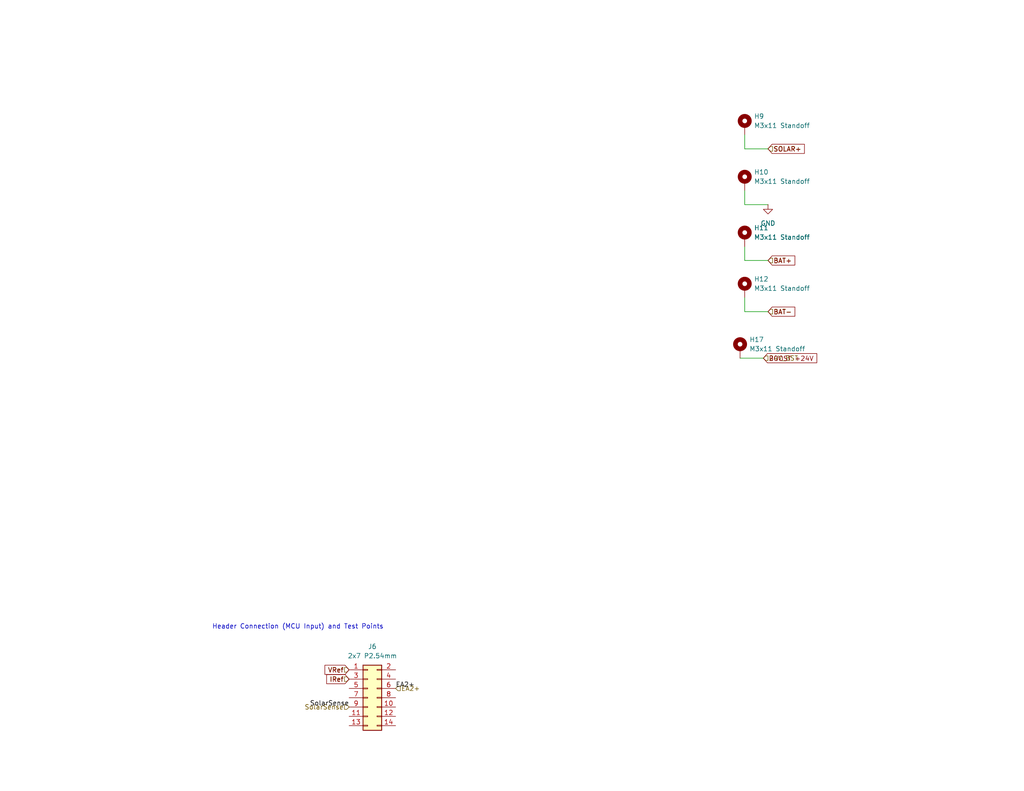
<source format=kicad_sch>
(kicad_sch (version 20231120) (generator "eeschema") (generator_version "8.0")
  (paper "USLetter")
  (title_block (date "2024-03-02") (rev "A01"))
  (lib_symbols
    (symbol "Connector_Generic:Conn_02x07_Odd_Even" (pin_names (offset 1.016) hide)
      (property "Reference" "J" (at 1.27 10.16 0))
      (property "Value" "Conn_02x07_Odd_Even" (at 1.27 -10.16 0))
      (symbol "Conn_02x07_Odd_Even_1_1"
        (rectangle (start -1.27 -7.493) (end 0 -7.747) (stroke (width 0.1524)))
        (rectangle (start -1.27 -4.953) (end 0 -5.207) (stroke (width 0.1524)))
        (rectangle (start -1.27 -2.413) (end 0 -2.667) (stroke (width 0.1524)))
        (rectangle (start -1.27 0.127) (end 0 -0.127) (stroke (width 0.1524)))
        (rectangle (start -1.27 2.667) (end 0 2.413) (stroke (width 0.1524)))
        (rectangle (start -1.27 5.207) (end 0 4.953) (stroke (width 0.1524)))
        (rectangle (start -1.27 7.747) (end 0 7.493) (stroke (width 0.1524)))
        (rectangle (start -1.27 8.89) (end 3.81 -8.89) (stroke (width 0.254)) (fill (type background)))
        (rectangle (start 3.81 -7.493) (end 2.54 -7.747) (stroke (width 0.1524)))
        (rectangle (start 3.81 -4.953) (end 2.54 -5.207) (stroke (width 0.1524)))
        (rectangle (start 3.81 -2.413) (end 2.54 -2.667) (stroke (width 0.1524)))
        (rectangle (start 3.81 0.127) (end 2.54 -0.127) (stroke (width 0.1524)))
        (rectangle (start 3.81 2.667) (end 2.54 2.413) (stroke (width 0.1524)))
        (rectangle (start 3.81 5.207) (end 2.54 4.953) (stroke (width 0.1524)))
        (rectangle (start 3.81 7.747) (end 2.54 7.493) (stroke (width 0.1524)))
        (pin passive line (at -5.08 7.62 0) (length 3.81) (name "Pin_1") (number "1"))
        (pin passive line (at 7.62 -2.54 180) (length 3.81) (name "Pin_10") (number "10"))
        (pin passive line (at -5.08 -5.08 0) (length 3.81) (name "Pin_11") (number "11"))
        (pin passive line (at 7.62 -5.08 180) (length 3.81) (name "Pin_12") (number "12"))
        (pin passive line (at -5.08 -7.62 0) (length 3.81) (name "Pin_13") (number "13"))
        (pin passive line (at 7.62 -7.62 180) (length 3.81) (name "Pin_14") (number "14"))
        (pin passive line (at 7.62 7.62 180) (length 3.81) (name "Pin_2") (number "2"))
        (pin passive line (at -5.08 5.08 0) (length 3.81) (name "Pin_3") (number "3"))
        (pin passive line (at 7.62 5.08 180) (length 3.81) (name "Pin_4") (number "4"))
        (pin passive line (at -5.08 2.54 0) (length 3.81) (name "Pin_5") (number "5"))
        (pin passive line (at 7.62 2.54 180) (length 3.81) (name "Pin_6") (number "6"))
        (pin passive line (at -5.08 0 0) (length 3.81) (name "Pin_7") (number "7"))
        (pin passive line (at 7.62 0 180) (length 3.81) (name "Pin_8") (number "8"))
        (pin passive line (at -5.08 -2.54 0) (length 3.81) (name "Pin_9") (number "9"))
      )
    )
    (symbol "Mechanical:MountingHole_Pad" (pin_numbers hide) (pin_names (offset 1.016) hide) (exclude_from_sim yes) (in_bom no)
      (property "Reference" "H" (at 0 6.35 0))
      (property "Value" "MountingHole_Pad" (at 0 4.445 0))
      (symbol "MountingHole_Pad_0_1"
        (circle (center 0 1.27) (radius 1.27) (stroke (width 1.27)))
      )
      (symbol "MountingHole_Pad_1_1"
        (pin input line (at 0 -2.54 90) (length 2.54) (name "1") (number "1"))
      )
    )
    (symbol "power:GND" (power) (pin_numbers hide) (pin_names (offset 0) hide)
      (property "Value" "GND" (at 0 -3.81 0))
      (symbol "GND_0_1"
        (polyline (pts (xy 0 0) (xy 0 -1.27) (xy 1.27 -1.27) (xy 0 -2.54) (xy -1.27 -1.27) (xy 0 -1.27)))
      )
      (symbol "GND_1_1"
        (pin power_in line (at 0 0 270) (length 0) (name "~") (number "1"))
      )
    )
  )
  (wire (pts (xy 203.2 55.88) (xy 209.55 55.88)))
  (wire (pts (xy 201.93 97.79) (xy 208.28 97.79)))
  (wire (pts (xy 203.2 85.09) (xy 209.55 85.09)))
  (wire (pts (xy 203.2 71.12) (xy 209.55 71.12)))
  (wire (pts (xy 203.2 81.28) (xy 203.2 85.09)))
  (wire (pts (xy 203.2 67.31) (xy 203.2 71.12)))
  (wire (pts (xy 203.2 52.07) (xy 203.2 55.88)))
  (wire (pts (xy 203.2 36.83) (xy 203.2 40.64)))
  (wire (pts (xy 203.2 40.64) (xy 209.55 40.64)))
  (text "Header Connection (MCU Input) and Test Points\n\n" (at 81.28 172.212 0) (effects (font (size 1.27 1.27))))
  (label "EA2+" (at 107.95 187.96 0))
  (label "SolarSense" (at 95.25 193.04 180))
  (global_label "BAT+" (shape input) (at 209.55 71.12 0) (property "Intersheetrefs" "${INTERSHEET_REFS}" (effects (hide yes))))
  (global_label "SOLAR+" (shape input) (at 209.55 40.64 0) (property "Intersheetrefs" "${INTERSHEET_REFS}" (effects (hide yes))))
  (global_label "BOOST +24V" (shape input) (at 208.28 97.79 0) (property "Intersheetrefs" "${INTERSHEET_REFS}" (effects (hide yes))))
  (global_label "IRef" (shape input) (at 95.25 185.42 180) (property "Intersheetrefs" "${INTERSHEET_REFS}" (effects (hide yes))))
  (global_label "VRef" (shape input) (at 95.25 182.88 180) (property "Intersheetrefs" "${INTERSHEET_REFS}" (effects (hide yes))))
  (global_label "BAT-" (shape input) (at 209.55 85.09 0) (property "Intersheetrefs" "${INTERSHEET_REFS}" (effects (hide yes))))
  (hierarchical_label "SolarSense" (shape input) (at 95.25 193.04 180))
  (hierarchical_label "BAT-" (shape input) (at 209.55 85.09 0))
  (hierarchical_label "VRef" (shape input) (at 95.25 182.88 180))
  (hierarchical_label "24V_BST" (shape input) (at 208.28 97.79 0))
  (hierarchical_label "IRef" (shape input) (at 95.25 185.42 180))
  (hierarchical_label "BAT+" (shape input) (at 209.55 71.12 0))
  (hierarchical_label "EA2+" (shape input) (at 107.95 187.96 0))
  (hierarchical_label "SOLAR+" (shape input) (at 209.55 40.64 0))
  (symbol (lib_id "Mechanical:MountingHole_Pad") (at 201.93 95.25 0) (unit 1) (exclude_from_sim yes) (in_bom no)
    (property "Reference" "H17" (at 204.47 92.7099 0) (effects (justify left)))
    (property "Value" "M3x11 Standoff" (at 204.47 95.2499 0) (effects (justify left)))
    (property "Footprint" "Mounting_Wuerth:Mounting_Wuerth_WA-SMSI-M3_H11mm_9774110360" (effects (hide yes)))
    (property "Description" "Mounting Hole with connection" (effects (hide yes)))
  )
  (symbol (lib_id "Mechanical:MountingHole_Pad") (at 203.2 34.29 0) (unit 1) (exclude_from_sim yes) (in_bom no)
    (property "Reference" "H9" (at 205.74 31.7499 0) (effects (justify left)))
    (property "Value" "M3x11 Standoff" (at 205.74 34.2899 0) (effects (justify left)))
    (property "Footprint" "Mounting_Wuerth:Mounting_Wuerth_WA-SMSI-M3_H11mm_9774110360" (effects (hide yes)))
    (property "Description" "Mounting Hole with connection" (effects (hide yes)))
  )
  (symbol (lib_id "power:GND") (at 209.55 55.88 0) (unit 1)
    (property "Reference" "#PWR04" (effects (hide yes)))
    (property "Value" "GND" (at 209.55 60.96 0))
    (property "Description" "Power symbol creates a global label with name \"GND\" , ground" (effects (hide yes)))
  )
  (symbol (lib_id "Mechanical:MountingHole_Pad") (at 203.2 78.74 0) (unit 1) (exclude_from_sim yes) (in_bom no)
    (property "Reference" "H12" (at 205.74 76.1999 0) (effects (justify left)))
    (property "Value" "M3x11 Standoff" (at 205.74 78.7399 0) (effects (justify left)))
    (property "Footprint" "Mounting_Wuerth:Mounting_Wuerth_WA-SMSI-M3_H11mm_9774110360" (effects (hide yes)))
    (property "Description" "Mounting Hole with connection" (effects (hide yes)))
  )
  (symbol (lib_id "Connector_Generic:Conn_02x07_Odd_Even") (at 100.33 190.5 0) (unit 1)
    (property "Reference" "J6" (at 101.6 176.53 0))
    (property "Value" "2x7 P2.54mm" (at 101.6 179.07 0))
    (property "Footprint" "Connector_PinSocket_2.54mm:PinSocket_2x07_P2.54mm_Vertical" (effects (hide yes)))
    (property "Description" "Generic connector, double row, 02x07, odd/even pin numbering scheme (row 1 odd numbers, row 2 even numbers), script generated (kicad-library-utils/schlib/autogen/connector/)" (effects (hide yes)))
    (property "Digikey PN" "2057-PH2-14-UA-ND" (effects (hide yes)))
  )
  (symbol (lib_id "Mechanical:MountingHole_Pad") (at 203.2 64.77 0) (unit 1) (exclude_from_sim yes) (in_bom no)
    (property "Reference" "H11" (at 205.74 62.2299 0) (effects (justify left)))
    (property "Value" "M3x11 Standoff" (at 205.74 64.7699 0) (effects (justify left)))
    (property "Footprint" "Mounting_Wuerth:Mounting_Wuerth_WA-SMSI-M3_H11mm_9774110360" (effects (hide yes)))
    (property "Description" "Mounting Hole with connection" (effects (hide yes)))
  )
  (symbol (lib_id "Mechanical:MountingHole_Pad") (at 203.2 49.53 0) (unit 1) (exclude_from_sim yes) (in_bom no)
    (property "Reference" "H10" (at 205.74 46.9899 0) (effects (justify left)))
    (property "Value" "M3x11 Standoff" (at 205.74 49.5299 0) (effects (justify left)))
    (property "Footprint" "Mounting_Wuerth:Mounting_Wuerth_WA-SMSI-M3_H11mm_9774110360" (effects (hide yes)))
    (property "Description" "Mounting Hole with connection" (effects (hide yes)))
  )
)
</source>
